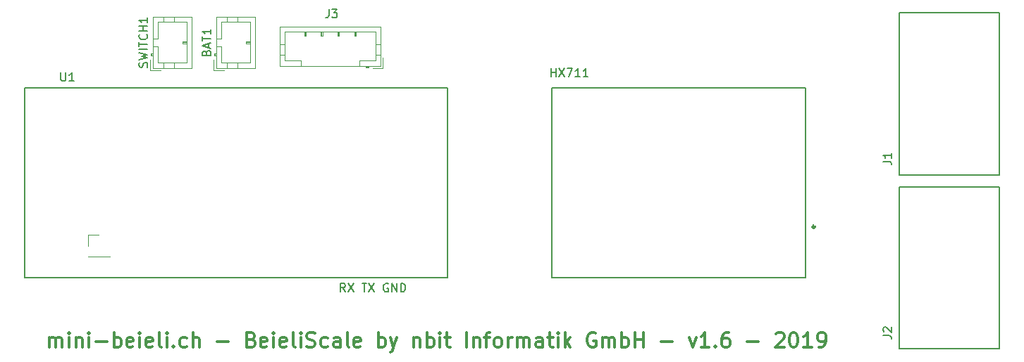
<source format=gbr>
G04 #@! TF.GenerationSoftware,KiCad,Pcbnew,5.1.4-3.fc31*
G04 #@! TF.CreationDate,2019-11-06T17:14:15+01:00*
G04 #@! TF.ProjectId,beieliscale-kicad,62656965-6c69-4736-9361-6c652d6b6963,rev?*
G04 #@! TF.SameCoordinates,Original*
G04 #@! TF.FileFunction,Legend,Top*
G04 #@! TF.FilePolarity,Positive*
%FSLAX46Y46*%
G04 Gerber Fmt 4.6, Leading zero omitted, Abs format (unit mm)*
G04 Created by KiCad (PCBNEW 5.1.4-3.fc31) date 2019-11-06 17:14:15*
%MOMM*%
%LPD*%
G04 APERTURE LIST*
%ADD10C,0.150000*%
%ADD11C,0.300000*%
%ADD12C,0.127000*%
%ADD13C,0.120000*%
G04 APERTURE END LIST*
D10*
X78478476Y-70507380D02*
X78145142Y-70031190D01*
X77907047Y-70507380D02*
X77907047Y-69507380D01*
X78288000Y-69507380D01*
X78383238Y-69555000D01*
X78430857Y-69602619D01*
X78478476Y-69697857D01*
X78478476Y-69840714D01*
X78430857Y-69935952D01*
X78383238Y-69983571D01*
X78288000Y-70031190D01*
X77907047Y-70031190D01*
X78811809Y-69507380D02*
X79478476Y-70507380D01*
X79478476Y-69507380D02*
X78811809Y-70507380D01*
X80478476Y-69507380D02*
X81049904Y-69507380D01*
X80764190Y-70507380D02*
X80764190Y-69507380D01*
X81288000Y-69507380D02*
X81954666Y-70507380D01*
X81954666Y-69507380D02*
X81288000Y-70507380D01*
X83621333Y-69555000D02*
X83526095Y-69507380D01*
X83383238Y-69507380D01*
X83240380Y-69555000D01*
X83145142Y-69650238D01*
X83097523Y-69745476D01*
X83049904Y-69935952D01*
X83049904Y-70078809D01*
X83097523Y-70269285D01*
X83145142Y-70364523D01*
X83240380Y-70459761D01*
X83383238Y-70507380D01*
X83478476Y-70507380D01*
X83621333Y-70459761D01*
X83668952Y-70412142D01*
X83668952Y-70078809D01*
X83478476Y-70078809D01*
X84097523Y-70507380D02*
X84097523Y-69507380D01*
X84668952Y-70507380D01*
X84668952Y-69507380D01*
X85145142Y-70507380D02*
X85145142Y-69507380D01*
X85383238Y-69507380D01*
X85526095Y-69555000D01*
X85621333Y-69650238D01*
X85668952Y-69745476D01*
X85716571Y-69935952D01*
X85716571Y-70078809D01*
X85668952Y-70269285D01*
X85621333Y-70364523D01*
X85526095Y-70459761D01*
X85383238Y-70507380D01*
X85145142Y-70507380D01*
D11*
X42951666Y-77196666D02*
X42951666Y-76030000D01*
X42951666Y-76196666D02*
X43035000Y-76113333D01*
X43201666Y-76030000D01*
X43451666Y-76030000D01*
X43618333Y-76113333D01*
X43701666Y-76280000D01*
X43701666Y-77196666D01*
X43701666Y-76280000D02*
X43785000Y-76113333D01*
X43951666Y-76030000D01*
X44201666Y-76030000D01*
X44368333Y-76113333D01*
X44451666Y-76280000D01*
X44451666Y-77196666D01*
X45285000Y-77196666D02*
X45285000Y-76030000D01*
X45285000Y-75446666D02*
X45201666Y-75530000D01*
X45285000Y-75613333D01*
X45368333Y-75530000D01*
X45285000Y-75446666D01*
X45285000Y-75613333D01*
X46118333Y-76030000D02*
X46118333Y-77196666D01*
X46118333Y-76196666D02*
X46201666Y-76113333D01*
X46368333Y-76030000D01*
X46618333Y-76030000D01*
X46785000Y-76113333D01*
X46868333Y-76280000D01*
X46868333Y-77196666D01*
X47701666Y-77196666D02*
X47701666Y-76030000D01*
X47701666Y-75446666D02*
X47618333Y-75530000D01*
X47701666Y-75613333D01*
X47785000Y-75530000D01*
X47701666Y-75446666D01*
X47701666Y-75613333D01*
X48535000Y-76530000D02*
X49868333Y-76530000D01*
X50701666Y-77196666D02*
X50701666Y-75446666D01*
X50701666Y-76113333D02*
X50868333Y-76030000D01*
X51201666Y-76030000D01*
X51368333Y-76113333D01*
X51451666Y-76196666D01*
X51535000Y-76363333D01*
X51535000Y-76863333D01*
X51451666Y-77030000D01*
X51368333Y-77113333D01*
X51201666Y-77196666D01*
X50868333Y-77196666D01*
X50701666Y-77113333D01*
X52951666Y-77113333D02*
X52785000Y-77196666D01*
X52451666Y-77196666D01*
X52285000Y-77113333D01*
X52201666Y-76946666D01*
X52201666Y-76280000D01*
X52285000Y-76113333D01*
X52451666Y-76030000D01*
X52785000Y-76030000D01*
X52951666Y-76113333D01*
X53035000Y-76280000D01*
X53035000Y-76446666D01*
X52201666Y-76613333D01*
X53785000Y-77196666D02*
X53785000Y-76030000D01*
X53785000Y-75446666D02*
X53701666Y-75530000D01*
X53785000Y-75613333D01*
X53868333Y-75530000D01*
X53785000Y-75446666D01*
X53785000Y-75613333D01*
X55285000Y-77113333D02*
X55118333Y-77196666D01*
X54785000Y-77196666D01*
X54618333Y-77113333D01*
X54535000Y-76946666D01*
X54535000Y-76280000D01*
X54618333Y-76113333D01*
X54785000Y-76030000D01*
X55118333Y-76030000D01*
X55285000Y-76113333D01*
X55368333Y-76280000D01*
X55368333Y-76446666D01*
X54535000Y-76613333D01*
X56368333Y-77196666D02*
X56201666Y-77113333D01*
X56118333Y-76946666D01*
X56118333Y-75446666D01*
X57035000Y-77196666D02*
X57035000Y-76030000D01*
X57035000Y-75446666D02*
X56951666Y-75530000D01*
X57035000Y-75613333D01*
X57118333Y-75530000D01*
X57035000Y-75446666D01*
X57035000Y-75613333D01*
X57868333Y-77030000D02*
X57951666Y-77113333D01*
X57868333Y-77196666D01*
X57785000Y-77113333D01*
X57868333Y-77030000D01*
X57868333Y-77196666D01*
X59451666Y-77113333D02*
X59285000Y-77196666D01*
X58951666Y-77196666D01*
X58785000Y-77113333D01*
X58701666Y-77030000D01*
X58618333Y-76863333D01*
X58618333Y-76363333D01*
X58701666Y-76196666D01*
X58785000Y-76113333D01*
X58951666Y-76030000D01*
X59285000Y-76030000D01*
X59451666Y-76113333D01*
X60201666Y-77196666D02*
X60201666Y-75446666D01*
X60951666Y-77196666D02*
X60951666Y-76280000D01*
X60868333Y-76113333D01*
X60701666Y-76030000D01*
X60451666Y-76030000D01*
X60285000Y-76113333D01*
X60201666Y-76196666D01*
X63118333Y-76530000D02*
X64451666Y-76530000D01*
X67201666Y-76280000D02*
X67451666Y-76363333D01*
X67535000Y-76446666D01*
X67618333Y-76613333D01*
X67618333Y-76863333D01*
X67535000Y-77030000D01*
X67451666Y-77113333D01*
X67285000Y-77196666D01*
X66618333Y-77196666D01*
X66618333Y-75446666D01*
X67201666Y-75446666D01*
X67368333Y-75530000D01*
X67451666Y-75613333D01*
X67535000Y-75780000D01*
X67535000Y-75946666D01*
X67451666Y-76113333D01*
X67368333Y-76196666D01*
X67201666Y-76280000D01*
X66618333Y-76280000D01*
X69035000Y-77113333D02*
X68868333Y-77196666D01*
X68535000Y-77196666D01*
X68368333Y-77113333D01*
X68285000Y-76946666D01*
X68285000Y-76280000D01*
X68368333Y-76113333D01*
X68535000Y-76030000D01*
X68868333Y-76030000D01*
X69035000Y-76113333D01*
X69118333Y-76280000D01*
X69118333Y-76446666D01*
X68285000Y-76613333D01*
X69868333Y-77196666D02*
X69868333Y-76030000D01*
X69868333Y-75446666D02*
X69785000Y-75530000D01*
X69868333Y-75613333D01*
X69951666Y-75530000D01*
X69868333Y-75446666D01*
X69868333Y-75613333D01*
X71368333Y-77113333D02*
X71201666Y-77196666D01*
X70868333Y-77196666D01*
X70701666Y-77113333D01*
X70618333Y-76946666D01*
X70618333Y-76280000D01*
X70701666Y-76113333D01*
X70868333Y-76030000D01*
X71201666Y-76030000D01*
X71368333Y-76113333D01*
X71451666Y-76280000D01*
X71451666Y-76446666D01*
X70618333Y-76613333D01*
X72451666Y-77196666D02*
X72285000Y-77113333D01*
X72201666Y-76946666D01*
X72201666Y-75446666D01*
X73118333Y-77196666D02*
X73118333Y-76030000D01*
X73118333Y-75446666D02*
X73035000Y-75530000D01*
X73118333Y-75613333D01*
X73201666Y-75530000D01*
X73118333Y-75446666D01*
X73118333Y-75613333D01*
X73868333Y-77113333D02*
X74118333Y-77196666D01*
X74535000Y-77196666D01*
X74701666Y-77113333D01*
X74785000Y-77030000D01*
X74868333Y-76863333D01*
X74868333Y-76696666D01*
X74785000Y-76530000D01*
X74701666Y-76446666D01*
X74535000Y-76363333D01*
X74201666Y-76280000D01*
X74035000Y-76196666D01*
X73951666Y-76113333D01*
X73868333Y-75946666D01*
X73868333Y-75780000D01*
X73951666Y-75613333D01*
X74035000Y-75530000D01*
X74201666Y-75446666D01*
X74618333Y-75446666D01*
X74868333Y-75530000D01*
X76368333Y-77113333D02*
X76201666Y-77196666D01*
X75868333Y-77196666D01*
X75701666Y-77113333D01*
X75618333Y-77030000D01*
X75535000Y-76863333D01*
X75535000Y-76363333D01*
X75618333Y-76196666D01*
X75701666Y-76113333D01*
X75868333Y-76030000D01*
X76201666Y-76030000D01*
X76368333Y-76113333D01*
X77868333Y-77196666D02*
X77868333Y-76280000D01*
X77785000Y-76113333D01*
X77618333Y-76030000D01*
X77285000Y-76030000D01*
X77118333Y-76113333D01*
X77868333Y-77113333D02*
X77701666Y-77196666D01*
X77285000Y-77196666D01*
X77118333Y-77113333D01*
X77035000Y-76946666D01*
X77035000Y-76780000D01*
X77118333Y-76613333D01*
X77285000Y-76530000D01*
X77701666Y-76530000D01*
X77868333Y-76446666D01*
X78951666Y-77196666D02*
X78785000Y-77113333D01*
X78701666Y-76946666D01*
X78701666Y-75446666D01*
X80285000Y-77113333D02*
X80118333Y-77196666D01*
X79785000Y-77196666D01*
X79618333Y-77113333D01*
X79535000Y-76946666D01*
X79535000Y-76280000D01*
X79618333Y-76113333D01*
X79785000Y-76030000D01*
X80118333Y-76030000D01*
X80285000Y-76113333D01*
X80368333Y-76280000D01*
X80368333Y-76446666D01*
X79535000Y-76613333D01*
X82451666Y-77196666D02*
X82451666Y-75446666D01*
X82451666Y-76113333D02*
X82618333Y-76030000D01*
X82951666Y-76030000D01*
X83118333Y-76113333D01*
X83201666Y-76196666D01*
X83285000Y-76363333D01*
X83285000Y-76863333D01*
X83201666Y-77030000D01*
X83118333Y-77113333D01*
X82951666Y-77196666D01*
X82618333Y-77196666D01*
X82451666Y-77113333D01*
X83868333Y-76030000D02*
X84285000Y-77196666D01*
X84701666Y-76030000D02*
X84285000Y-77196666D01*
X84118333Y-77613333D01*
X84035000Y-77696666D01*
X83868333Y-77780000D01*
X86701666Y-76030000D02*
X86701666Y-77196666D01*
X86701666Y-76196666D02*
X86785000Y-76113333D01*
X86951666Y-76030000D01*
X87201666Y-76030000D01*
X87368333Y-76113333D01*
X87451666Y-76280000D01*
X87451666Y-77196666D01*
X88285000Y-77196666D02*
X88285000Y-75446666D01*
X88285000Y-76113333D02*
X88451666Y-76030000D01*
X88785000Y-76030000D01*
X88951666Y-76113333D01*
X89035000Y-76196666D01*
X89118333Y-76363333D01*
X89118333Y-76863333D01*
X89035000Y-77030000D01*
X88951666Y-77113333D01*
X88785000Y-77196666D01*
X88451666Y-77196666D01*
X88285000Y-77113333D01*
X89868333Y-77196666D02*
X89868333Y-76030000D01*
X89868333Y-75446666D02*
X89785000Y-75530000D01*
X89868333Y-75613333D01*
X89951666Y-75530000D01*
X89868333Y-75446666D01*
X89868333Y-75613333D01*
X90451666Y-76030000D02*
X91118333Y-76030000D01*
X90701666Y-75446666D02*
X90701666Y-76946666D01*
X90785000Y-77113333D01*
X90951666Y-77196666D01*
X91118333Y-77196666D01*
X93035000Y-77196666D02*
X93035000Y-75446666D01*
X93868333Y-76030000D02*
X93868333Y-77196666D01*
X93868333Y-76196666D02*
X93951666Y-76113333D01*
X94118333Y-76030000D01*
X94368333Y-76030000D01*
X94535000Y-76113333D01*
X94618333Y-76280000D01*
X94618333Y-77196666D01*
X95201666Y-76030000D02*
X95868333Y-76030000D01*
X95451666Y-77196666D02*
X95451666Y-75696666D01*
X95535000Y-75530000D01*
X95701666Y-75446666D01*
X95868333Y-75446666D01*
X96701666Y-77196666D02*
X96535000Y-77113333D01*
X96451666Y-77030000D01*
X96368333Y-76863333D01*
X96368333Y-76363333D01*
X96451666Y-76196666D01*
X96535000Y-76113333D01*
X96701666Y-76030000D01*
X96951666Y-76030000D01*
X97118333Y-76113333D01*
X97201666Y-76196666D01*
X97285000Y-76363333D01*
X97285000Y-76863333D01*
X97201666Y-77030000D01*
X97118333Y-77113333D01*
X96951666Y-77196666D01*
X96701666Y-77196666D01*
X98035000Y-77196666D02*
X98035000Y-76030000D01*
X98035000Y-76363333D02*
X98118333Y-76196666D01*
X98201666Y-76113333D01*
X98368333Y-76030000D01*
X98535000Y-76030000D01*
X99118333Y-77196666D02*
X99118333Y-76030000D01*
X99118333Y-76196666D02*
X99201666Y-76113333D01*
X99368333Y-76030000D01*
X99618333Y-76030000D01*
X99785000Y-76113333D01*
X99868333Y-76280000D01*
X99868333Y-77196666D01*
X99868333Y-76280000D02*
X99951666Y-76113333D01*
X100118333Y-76030000D01*
X100368333Y-76030000D01*
X100535000Y-76113333D01*
X100618333Y-76280000D01*
X100618333Y-77196666D01*
X102201666Y-77196666D02*
X102201666Y-76280000D01*
X102118333Y-76113333D01*
X101951666Y-76030000D01*
X101618333Y-76030000D01*
X101451666Y-76113333D01*
X102201666Y-77113333D02*
X102035000Y-77196666D01*
X101618333Y-77196666D01*
X101451666Y-77113333D01*
X101368333Y-76946666D01*
X101368333Y-76780000D01*
X101451666Y-76613333D01*
X101618333Y-76530000D01*
X102035000Y-76530000D01*
X102201666Y-76446666D01*
X102785000Y-76030000D02*
X103451666Y-76030000D01*
X103035000Y-75446666D02*
X103035000Y-76946666D01*
X103118333Y-77113333D01*
X103285000Y-77196666D01*
X103451666Y-77196666D01*
X104035000Y-77196666D02*
X104035000Y-76030000D01*
X104035000Y-75446666D02*
X103951666Y-75530000D01*
X104035000Y-75613333D01*
X104118333Y-75530000D01*
X104035000Y-75446666D01*
X104035000Y-75613333D01*
X104868333Y-77196666D02*
X104868333Y-75446666D01*
X105035000Y-76530000D02*
X105535000Y-77196666D01*
X105535000Y-76030000D02*
X104868333Y-76696666D01*
X108535000Y-75530000D02*
X108368333Y-75446666D01*
X108118333Y-75446666D01*
X107868333Y-75530000D01*
X107701666Y-75696666D01*
X107618333Y-75863333D01*
X107535000Y-76196666D01*
X107535000Y-76446666D01*
X107618333Y-76780000D01*
X107701666Y-76946666D01*
X107868333Y-77113333D01*
X108118333Y-77196666D01*
X108285000Y-77196666D01*
X108535000Y-77113333D01*
X108618333Y-77030000D01*
X108618333Y-76446666D01*
X108285000Y-76446666D01*
X109368333Y-77196666D02*
X109368333Y-76030000D01*
X109368333Y-76196666D02*
X109451666Y-76113333D01*
X109618333Y-76030000D01*
X109868333Y-76030000D01*
X110035000Y-76113333D01*
X110118333Y-76280000D01*
X110118333Y-77196666D01*
X110118333Y-76280000D02*
X110201666Y-76113333D01*
X110368333Y-76030000D01*
X110618333Y-76030000D01*
X110785000Y-76113333D01*
X110868333Y-76280000D01*
X110868333Y-77196666D01*
X111701666Y-77196666D02*
X111701666Y-75446666D01*
X111701666Y-76113333D02*
X111868333Y-76030000D01*
X112201666Y-76030000D01*
X112368333Y-76113333D01*
X112451666Y-76196666D01*
X112535000Y-76363333D01*
X112535000Y-76863333D01*
X112451666Y-77030000D01*
X112368333Y-77113333D01*
X112201666Y-77196666D01*
X111868333Y-77196666D01*
X111701666Y-77113333D01*
X113285000Y-77196666D02*
X113285000Y-75446666D01*
X113285000Y-76280000D02*
X114285000Y-76280000D01*
X114285000Y-77196666D02*
X114285000Y-75446666D01*
X116451666Y-76530000D02*
X117785000Y-76530000D01*
X119785000Y-76030000D02*
X120201666Y-77196666D01*
X120618333Y-76030000D01*
X122201666Y-77196666D02*
X121201666Y-77196666D01*
X121701666Y-77196666D02*
X121701666Y-75446666D01*
X121535000Y-75696666D01*
X121368333Y-75863333D01*
X121201666Y-75946666D01*
X122951666Y-77030000D02*
X123035000Y-77113333D01*
X122951666Y-77196666D01*
X122868333Y-77113333D01*
X122951666Y-77030000D01*
X122951666Y-77196666D01*
X124535000Y-75446666D02*
X124201666Y-75446666D01*
X124035000Y-75530000D01*
X123951666Y-75613333D01*
X123785000Y-75863333D01*
X123701666Y-76196666D01*
X123701666Y-76863333D01*
X123785000Y-77030000D01*
X123868333Y-77113333D01*
X124035000Y-77196666D01*
X124368333Y-77196666D01*
X124535000Y-77113333D01*
X124618333Y-77030000D01*
X124701666Y-76863333D01*
X124701666Y-76446666D01*
X124618333Y-76280000D01*
X124535000Y-76196666D01*
X124368333Y-76113333D01*
X124035000Y-76113333D01*
X123868333Y-76196666D01*
X123785000Y-76280000D01*
X123701666Y-76446666D01*
X126785000Y-76530000D02*
X128118333Y-76530000D01*
X130201666Y-75613333D02*
X130285000Y-75530000D01*
X130451666Y-75446666D01*
X130868333Y-75446666D01*
X131035000Y-75530000D01*
X131118333Y-75613333D01*
X131201666Y-75780000D01*
X131201666Y-75946666D01*
X131118333Y-76196666D01*
X130118333Y-77196666D01*
X131201666Y-77196666D01*
X132285000Y-75446666D02*
X132451666Y-75446666D01*
X132618333Y-75530000D01*
X132701666Y-75613333D01*
X132785000Y-75780000D01*
X132868333Y-76113333D01*
X132868333Y-76530000D01*
X132785000Y-76863333D01*
X132701666Y-77030000D01*
X132618333Y-77113333D01*
X132451666Y-77196666D01*
X132285000Y-77196666D01*
X132118333Y-77113333D01*
X132035000Y-77030000D01*
X131951666Y-76863333D01*
X131868333Y-76530000D01*
X131868333Y-76113333D01*
X131951666Y-75780000D01*
X132035000Y-75613333D01*
X132118333Y-75530000D01*
X132285000Y-75446666D01*
X134535000Y-77196666D02*
X133535000Y-77196666D01*
X134035000Y-77196666D02*
X134035000Y-75446666D01*
X133868333Y-75696666D01*
X133701666Y-75863333D01*
X133535000Y-75946666D01*
X135368333Y-77196666D02*
X135701666Y-77196666D01*
X135868333Y-77113333D01*
X135951666Y-77030000D01*
X136118333Y-76780000D01*
X136201666Y-76446666D01*
X136201666Y-75780000D01*
X136118333Y-75613333D01*
X136035000Y-75530000D01*
X135868333Y-75446666D01*
X135535000Y-75446666D01*
X135368333Y-75530000D01*
X135285000Y-75613333D01*
X135201666Y-75780000D01*
X135201666Y-76196666D01*
X135285000Y-76363333D01*
X135368333Y-76446666D01*
X135535000Y-76530000D01*
X135868333Y-76530000D01*
X136035000Y-76446666D01*
X136118333Y-76363333D01*
X136201666Y-76196666D01*
D12*
X133745000Y-45925000D02*
X133745000Y-68785000D01*
X133745000Y-68785000D02*
X103265000Y-68785000D01*
X103265000Y-68785000D02*
X103265000Y-45925000D01*
X103265000Y-45925000D02*
X133745000Y-45925000D01*
D11*
X134911000Y-62689000D02*
G75*
G03X134911000Y-62689000I-150000J0D01*
G01*
D13*
X62960000Y-43540000D02*
X67680000Y-43540000D01*
X67680000Y-43540000D02*
X67680000Y-37420000D01*
X67680000Y-37420000D02*
X62960000Y-37420000D01*
X62960000Y-37420000D02*
X62960000Y-43540000D01*
X62960000Y-41780000D02*
X62760000Y-41780000D01*
X62760000Y-41780000D02*
X62760000Y-42080000D01*
X62760000Y-42080000D02*
X62960000Y-42080000D01*
X62860000Y-41780000D02*
X62860000Y-42080000D01*
X62960000Y-40980000D02*
X63570000Y-40980000D01*
X63570000Y-40980000D02*
X63570000Y-42930000D01*
X63570000Y-42930000D02*
X67070000Y-42930000D01*
X67070000Y-42930000D02*
X67070000Y-38030000D01*
X67070000Y-38030000D02*
X63570000Y-38030000D01*
X63570000Y-38030000D02*
X63570000Y-39980000D01*
X63570000Y-39980000D02*
X62960000Y-39980000D01*
X64270000Y-43540000D02*
X64270000Y-42930000D01*
X65570000Y-43540000D02*
X65570000Y-42930000D01*
X64270000Y-37420000D02*
X64270000Y-38030000D01*
X65570000Y-37420000D02*
X65570000Y-38030000D01*
X67070000Y-40580000D02*
X66570000Y-40580000D01*
X66570000Y-40580000D02*
X66570000Y-40380000D01*
X66570000Y-40380000D02*
X67070000Y-40380000D01*
X67070000Y-40480000D02*
X66570000Y-40480000D01*
X62660000Y-42590000D02*
X62660000Y-43840000D01*
X62660000Y-43840000D02*
X63910000Y-43840000D01*
D12*
X144995000Y-36910000D02*
X157045000Y-36910000D01*
X144995000Y-56410000D02*
X144995000Y-36910000D01*
X157045000Y-56410000D02*
X144995000Y-56410000D01*
X157045000Y-36910000D02*
X157045000Y-56410000D01*
X157045000Y-57865000D02*
X157045000Y-77365000D01*
X157045000Y-77365000D02*
X144995000Y-77365000D01*
X144995000Y-77365000D02*
X144995000Y-57865000D01*
X144995000Y-57865000D02*
X157045000Y-57865000D01*
D13*
X55040000Y-43840000D02*
X56290000Y-43840000D01*
X55040000Y-42590000D02*
X55040000Y-43840000D01*
X59450000Y-40480000D02*
X58950000Y-40480000D01*
X58950000Y-40380000D02*
X59450000Y-40380000D01*
X58950000Y-40580000D02*
X58950000Y-40380000D01*
X59450000Y-40580000D02*
X58950000Y-40580000D01*
X57950000Y-37420000D02*
X57950000Y-38030000D01*
X56650000Y-37420000D02*
X56650000Y-38030000D01*
X57950000Y-43540000D02*
X57950000Y-42930000D01*
X56650000Y-43540000D02*
X56650000Y-42930000D01*
X55950000Y-39980000D02*
X55340000Y-39980000D01*
X55950000Y-38030000D02*
X55950000Y-39980000D01*
X59450000Y-38030000D02*
X55950000Y-38030000D01*
X59450000Y-42930000D02*
X59450000Y-38030000D01*
X55950000Y-42930000D02*
X59450000Y-42930000D01*
X55950000Y-40980000D02*
X55950000Y-42930000D01*
X55340000Y-40980000D02*
X55950000Y-40980000D01*
X55240000Y-41780000D02*
X55240000Y-42080000D01*
X55140000Y-42080000D02*
X55340000Y-42080000D01*
X55140000Y-41780000D02*
X55140000Y-42080000D01*
X55340000Y-41780000D02*
X55140000Y-41780000D01*
X55340000Y-37420000D02*
X55340000Y-43540000D01*
X60060000Y-37420000D02*
X55340000Y-37420000D01*
X60060000Y-43540000D02*
X60060000Y-37420000D01*
X55340000Y-43540000D02*
X60060000Y-43540000D01*
D10*
X40005000Y-45925000D02*
X40005000Y-68785000D01*
X40005000Y-68785000D02*
X90805000Y-68785000D01*
X90805000Y-68785000D02*
X90805000Y-45925000D01*
X90805000Y-45925000D02*
X40005000Y-45925000D01*
D13*
X82705000Y-43290000D02*
X82705000Y-38570000D01*
X82705000Y-38570000D02*
X70585000Y-38570000D01*
X70585000Y-38570000D02*
X70585000Y-43290000D01*
X70585000Y-43290000D02*
X82705000Y-43290000D01*
X80945000Y-43290000D02*
X80945000Y-43490000D01*
X80945000Y-43490000D02*
X81245000Y-43490000D01*
X81245000Y-43490000D02*
X81245000Y-43290000D01*
X80945000Y-43390000D02*
X81245000Y-43390000D01*
X80145000Y-43290000D02*
X80145000Y-42680000D01*
X80145000Y-42680000D02*
X82095000Y-42680000D01*
X82095000Y-42680000D02*
X82095000Y-39180000D01*
X82095000Y-39180000D02*
X71195000Y-39180000D01*
X71195000Y-39180000D02*
X71195000Y-42680000D01*
X71195000Y-42680000D02*
X73145000Y-42680000D01*
X73145000Y-42680000D02*
X73145000Y-43290000D01*
X82705000Y-41980000D02*
X82095000Y-41980000D01*
X82705000Y-40680000D02*
X82095000Y-40680000D01*
X70585000Y-41980000D02*
X71195000Y-41980000D01*
X70585000Y-40680000D02*
X71195000Y-40680000D01*
X79745000Y-39180000D02*
X79745000Y-39680000D01*
X79745000Y-39680000D02*
X79545000Y-39680000D01*
X79545000Y-39680000D02*
X79545000Y-39180000D01*
X79645000Y-39180000D02*
X79645000Y-39680000D01*
X77745000Y-39180000D02*
X77745000Y-39680000D01*
X77745000Y-39680000D02*
X77545000Y-39680000D01*
X77545000Y-39680000D02*
X77545000Y-39180000D01*
X77645000Y-39180000D02*
X77645000Y-39680000D01*
X75745000Y-39180000D02*
X75745000Y-39680000D01*
X75745000Y-39680000D02*
X75545000Y-39680000D01*
X75545000Y-39680000D02*
X75545000Y-39180000D01*
X75645000Y-39180000D02*
X75645000Y-39680000D01*
X73745000Y-39180000D02*
X73745000Y-39680000D01*
X73745000Y-39680000D02*
X73545000Y-39680000D01*
X73545000Y-39680000D02*
X73545000Y-39180000D01*
X73645000Y-39180000D02*
X73645000Y-39680000D01*
X81755000Y-43590000D02*
X83005000Y-43590000D01*
X83005000Y-43590000D02*
X83005000Y-42340000D01*
X47565000Y-66305000D02*
X50225000Y-66305000D01*
X47565000Y-66245000D02*
X47565000Y-66305000D01*
X50225000Y-66245000D02*
X50225000Y-66305000D01*
X47565000Y-66245000D02*
X50225000Y-66245000D01*
X47565000Y-64975000D02*
X47565000Y-63645000D01*
X47565000Y-63645000D02*
X48895000Y-63645000D01*
D10*
X103219392Y-44599408D02*
X103219392Y-43599348D01*
X103219392Y-44075567D02*
X103790855Y-44075567D01*
X103790855Y-44599408D02*
X103790855Y-43599348D01*
X104171830Y-43599348D02*
X104838537Y-44599408D01*
X104838537Y-43599348D02*
X104171830Y-44599408D01*
X105124268Y-43599348D02*
X105790975Y-43599348D01*
X105362378Y-44599408D01*
X106695791Y-44599408D02*
X106124328Y-44599408D01*
X106410060Y-44599408D02*
X106410060Y-43599348D01*
X106314816Y-43742213D01*
X106219572Y-43837457D01*
X106124328Y-43885079D01*
X107648229Y-44599408D02*
X107076766Y-44599408D01*
X107362498Y-44599408D02*
X107362498Y-43599348D01*
X107267254Y-43742213D01*
X107172010Y-43837457D01*
X107076766Y-43885079D01*
X61798571Y-41694285D02*
X61846190Y-41551428D01*
X61893809Y-41503809D01*
X61989047Y-41456190D01*
X62131904Y-41456190D01*
X62227142Y-41503809D01*
X62274761Y-41551428D01*
X62322380Y-41646666D01*
X62322380Y-42027619D01*
X61322380Y-42027619D01*
X61322380Y-41694285D01*
X61370000Y-41599047D01*
X61417619Y-41551428D01*
X61512857Y-41503809D01*
X61608095Y-41503809D01*
X61703333Y-41551428D01*
X61750952Y-41599047D01*
X61798571Y-41694285D01*
X61798571Y-42027619D01*
X62036666Y-41075238D02*
X62036666Y-40599047D01*
X62322380Y-41170476D02*
X61322380Y-40837142D01*
X62322380Y-40503809D01*
X61322380Y-40313333D02*
X61322380Y-39741904D01*
X62322380Y-40027619D02*
X61322380Y-40027619D01*
X62322380Y-38884761D02*
X62322380Y-39456190D01*
X62322380Y-39170476D02*
X61322380Y-39170476D01*
X61465238Y-39265714D01*
X61560476Y-39360952D01*
X61608095Y-39456190D01*
X143087760Y-54802073D02*
X143802046Y-54802073D01*
X143944903Y-54849692D01*
X144040141Y-54944930D01*
X144087760Y-55087787D01*
X144087760Y-55183025D01*
X144087760Y-53802073D02*
X144087760Y-54373501D01*
X144087760Y-54087787D02*
X143087760Y-54087787D01*
X143230618Y-54183025D01*
X143325856Y-54278263D01*
X143373475Y-54373501D01*
X143087760Y-75757073D02*
X143802046Y-75757073D01*
X143944903Y-75804692D01*
X144040141Y-75899930D01*
X144087760Y-76042787D01*
X144087760Y-76138025D01*
X143182999Y-75328501D02*
X143135380Y-75280882D01*
X143087760Y-75185644D01*
X143087760Y-74947549D01*
X143135380Y-74852311D01*
X143182999Y-74804692D01*
X143278237Y-74757073D01*
X143373475Y-74757073D01*
X143516332Y-74804692D01*
X144087760Y-75376120D01*
X144087760Y-74757073D01*
X54654761Y-43456190D02*
X54702380Y-43313333D01*
X54702380Y-43075238D01*
X54654761Y-42980000D01*
X54607142Y-42932380D01*
X54511904Y-42884761D01*
X54416666Y-42884761D01*
X54321428Y-42932380D01*
X54273809Y-42980000D01*
X54226190Y-43075238D01*
X54178571Y-43265714D01*
X54130952Y-43360952D01*
X54083333Y-43408571D01*
X53988095Y-43456190D01*
X53892857Y-43456190D01*
X53797619Y-43408571D01*
X53750000Y-43360952D01*
X53702380Y-43265714D01*
X53702380Y-43027619D01*
X53750000Y-42884761D01*
X53702380Y-42551428D02*
X54702380Y-42313333D01*
X53988095Y-42122857D01*
X54702380Y-41932380D01*
X53702380Y-41694285D01*
X54702380Y-41313333D02*
X53702380Y-41313333D01*
X53702380Y-40980000D02*
X53702380Y-40408571D01*
X54702380Y-40694285D02*
X53702380Y-40694285D01*
X54607142Y-39503809D02*
X54654761Y-39551428D01*
X54702380Y-39694285D01*
X54702380Y-39789523D01*
X54654761Y-39932380D01*
X54559523Y-40027619D01*
X54464285Y-40075238D01*
X54273809Y-40122857D01*
X54130952Y-40122857D01*
X53940476Y-40075238D01*
X53845238Y-40027619D01*
X53750000Y-39932380D01*
X53702380Y-39789523D01*
X53702380Y-39694285D01*
X53750000Y-39551428D01*
X53797619Y-39503809D01*
X54702380Y-39075238D02*
X53702380Y-39075238D01*
X54178571Y-39075238D02*
X54178571Y-38503809D01*
X54702380Y-38503809D02*
X53702380Y-38503809D01*
X54702380Y-37503809D02*
X54702380Y-38075238D01*
X54702380Y-37789523D02*
X53702380Y-37789523D01*
X53845238Y-37884761D01*
X53940476Y-37980000D01*
X53988095Y-38075238D01*
X44323095Y-44107380D02*
X44323095Y-44916904D01*
X44370714Y-45012142D01*
X44418333Y-45059761D01*
X44513571Y-45107380D01*
X44704047Y-45107380D01*
X44799285Y-45059761D01*
X44846904Y-45012142D01*
X44894523Y-44916904D01*
X44894523Y-44107380D01*
X45894523Y-45107380D02*
X45323095Y-45107380D01*
X45608809Y-45107380D02*
X45608809Y-44107380D01*
X45513571Y-44250238D01*
X45418333Y-44345476D01*
X45323095Y-44393095D01*
X76501666Y-36487380D02*
X76501666Y-37201666D01*
X76454047Y-37344523D01*
X76358809Y-37439761D01*
X76215952Y-37487380D01*
X76120714Y-37487380D01*
X76882619Y-36487380D02*
X77501666Y-36487380D01*
X77168333Y-36868333D01*
X77311190Y-36868333D01*
X77406428Y-36915952D01*
X77454047Y-36963571D01*
X77501666Y-37058809D01*
X77501666Y-37296904D01*
X77454047Y-37392142D01*
X77406428Y-37439761D01*
X77311190Y-37487380D01*
X77025476Y-37487380D01*
X76930238Y-37439761D01*
X76882619Y-37392142D01*
M02*

</source>
